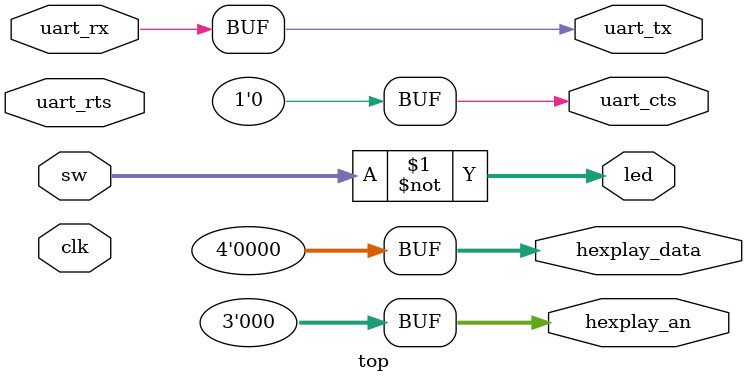
<source format=v>
`timescale 1ns / 1ps

module top(
    input clk,
    input [7:0] sw,
    output [7:0] led,
    output uart_tx,
    input uart_rx,
    output reg uart_cts = 0,
    input uart_rts,
    output reg [2:0]hexplay_an = 0,
    output reg [3:0]hexplay_data = 0
    );
    assign led = ~sw;
    assign uart_tx = uart_rx;
endmodule

</source>
